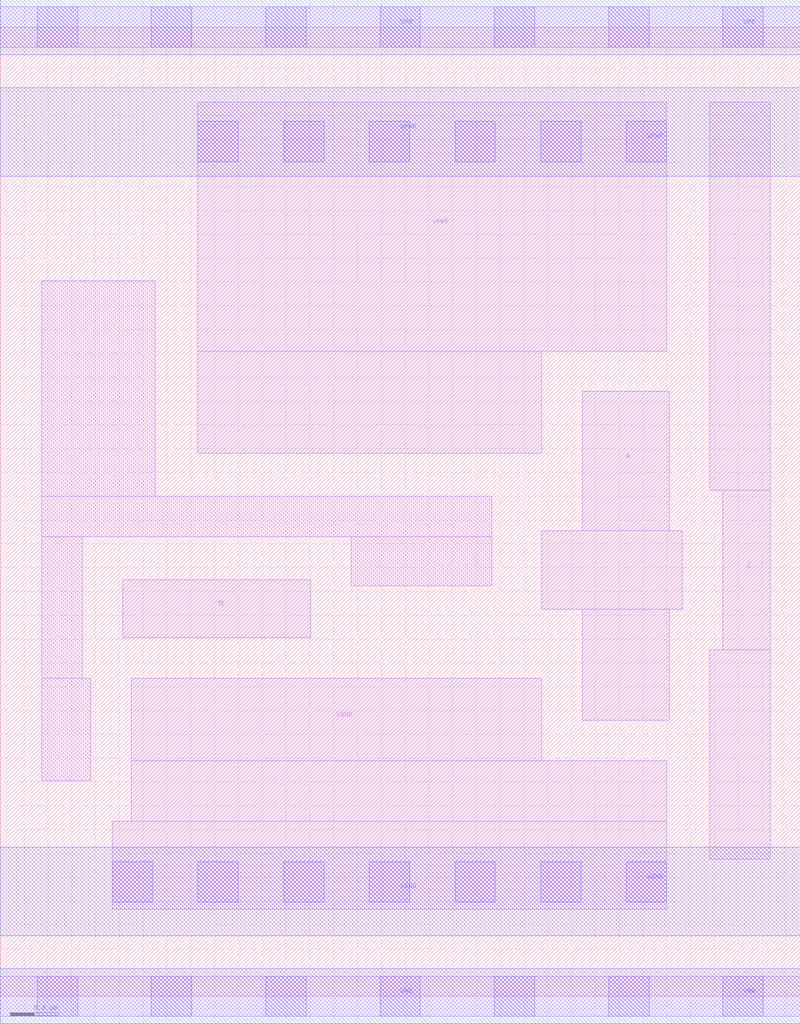
<source format=lef>
# Copyright 2020 The SkyWater PDK Authors
#
# Licensed under the Apache License, Version 2.0 (the "License");
# you may not use this file except in compliance with the License.
# You may obtain a copy of the License at
#
#     https://www.apache.org/licenses/LICENSE-2.0
#
# Unless required by applicable law or agreed to in writing, software
# distributed under the License is distributed on an "AS IS" BASIS,
# WITHOUT WARRANTIES OR CONDITIONS OF ANY KIND, either express or implied.
# See the License for the specific language governing permissions and
# limitations under the License.
#
# SPDX-License-Identifier: Apache-2.0

VERSION 5.7 ;
  NAMESCASESENSITIVE ON ;
  NOWIREEXTENSIONATPIN ON ;
  DIVIDERCHAR "/" ;
  BUSBITCHARS "[]" ;
UNITS
  DATABASE MICRONS 200 ;
END UNITS
MACRO sky130_fd_sc_hvl__einvp_1
  CLASS CORE ;
  SOURCE USER ;
  FOREIGN sky130_fd_sc_hvl__einvp_1 ;
  ORIGIN  0.000000  0.000000 ;
  SIZE  3.360000 BY  4.070000 ;
  SYMMETRY X Y ;
  SITE unithv ;
  PIN A
    ANTENNAGATEAREA  1.125000 ;
    DIRECTION INPUT ;
    USE SIGNAL ;
    PORT
      LAYER li1 ;
        RECT 2.275000 1.625000 2.865000 1.955000 ;
        RECT 2.445000 1.160000 2.810000 1.625000 ;
        RECT 2.445000 1.955000 2.810000 2.540000 ;
    END
  END A
  PIN TE
    ANTENNAGATEAREA  0.960000 ;
    DIRECTION INPUT ;
    USE SIGNAL ;
    PORT
      LAYER li1 ;
        RECT 0.515000 1.505000 1.305000 1.750000 ;
    END
  END TE
  PIN Z
    ANTENNADIFFAREA  0.641250 ;
    DIRECTION OUTPUT ;
    USE SIGNAL ;
    PORT
      LAYER li1 ;
        RECT 2.980000 0.575000 3.235000 1.455000 ;
        RECT 2.980000 2.125000 3.235000 3.755000 ;
        RECT 3.035000 1.455000 3.235000 2.125000 ;
    END
  END Z
  PIN VGND
    DIRECTION INOUT ;
    USE GROUND ;
    PORT
      LAYER li1 ;
        RECT 0.470000 0.365000 2.800000 0.735000 ;
        RECT 0.550000 0.735000 2.800000 0.990000 ;
        RECT 0.550000 0.990000 2.275000 1.335000 ;
      LAYER mcon ;
        RECT 0.470000 0.395000 0.640000 0.565000 ;
        RECT 0.830000 0.395000 1.000000 0.565000 ;
        RECT 1.190000 0.395000 1.360000 0.565000 ;
        RECT 1.550000 0.395000 1.720000 0.565000 ;
        RECT 1.910000 0.395000 2.080000 0.565000 ;
        RECT 2.270000 0.395000 2.440000 0.565000 ;
        RECT 2.630000 0.395000 2.800000 0.565000 ;
      LAYER met1 ;
        RECT 0.000000 0.255000 3.360000 0.625000 ;
    END
  END VGND
  PIN VNB
    DIRECTION INOUT ;
    USE GROUND ;
    PORT
      LAYER li1 ;
        RECT 0.000000 -0.085000 3.360000 0.085000 ;
      LAYER mcon ;
        RECT 0.155000 -0.085000 0.325000 0.085000 ;
        RECT 0.635000 -0.085000 0.805000 0.085000 ;
        RECT 1.115000 -0.085000 1.285000 0.085000 ;
        RECT 1.595000 -0.085000 1.765000 0.085000 ;
        RECT 2.075000 -0.085000 2.245000 0.085000 ;
        RECT 2.555000 -0.085000 2.725000 0.085000 ;
        RECT 3.035000 -0.085000 3.205000 0.085000 ;
      LAYER met1 ;
        RECT 0.000000 -0.115000 3.360000 0.115000 ;
    END
  END VNB
  PIN VPB
    DIRECTION INOUT ;
    USE POWER ;
    PORT
      LAYER li1 ;
        RECT 0.000000 3.985000 3.360000 4.155000 ;
      LAYER mcon ;
        RECT 0.155000 3.985000 0.325000 4.155000 ;
        RECT 0.635000 3.985000 0.805000 4.155000 ;
        RECT 1.115000 3.985000 1.285000 4.155000 ;
        RECT 1.595000 3.985000 1.765000 4.155000 ;
        RECT 2.075000 3.985000 2.245000 4.155000 ;
        RECT 2.555000 3.985000 2.725000 4.155000 ;
        RECT 3.035000 3.985000 3.205000 4.155000 ;
      LAYER met1 ;
        RECT 0.000000 3.955000 3.360000 4.185000 ;
    END
  END VPB
  PIN VPWR
    DIRECTION INOUT ;
    USE POWER ;
    PORT
      LAYER li1 ;
        RECT 0.830000 2.280000 2.275000 2.710000 ;
        RECT 0.830000 2.710000 2.800000 3.755000 ;
      LAYER mcon ;
        RECT 0.830000 3.505000 1.000000 3.675000 ;
        RECT 1.190000 3.505000 1.360000 3.675000 ;
        RECT 1.550000 3.505000 1.720000 3.675000 ;
        RECT 1.910000 3.505000 2.080000 3.675000 ;
        RECT 2.270000 3.505000 2.440000 3.675000 ;
        RECT 2.630000 3.505000 2.800000 3.675000 ;
      LAYER met1 ;
        RECT 0.000000 3.445000 3.360000 3.815000 ;
    END
  END VPWR
  OBS
    LAYER li1 ;
      RECT 0.175000 0.905000 0.380000 1.335000 ;
      RECT 0.175000 1.335000 0.345000 1.930000 ;
      RECT 0.175000 1.930000 2.065000 2.100000 ;
      RECT 0.175000 2.100000 0.650000 3.005000 ;
      RECT 1.475000 1.725000 2.065000 1.930000 ;
  END
END sky130_fd_sc_hvl__einvp_1

</source>
